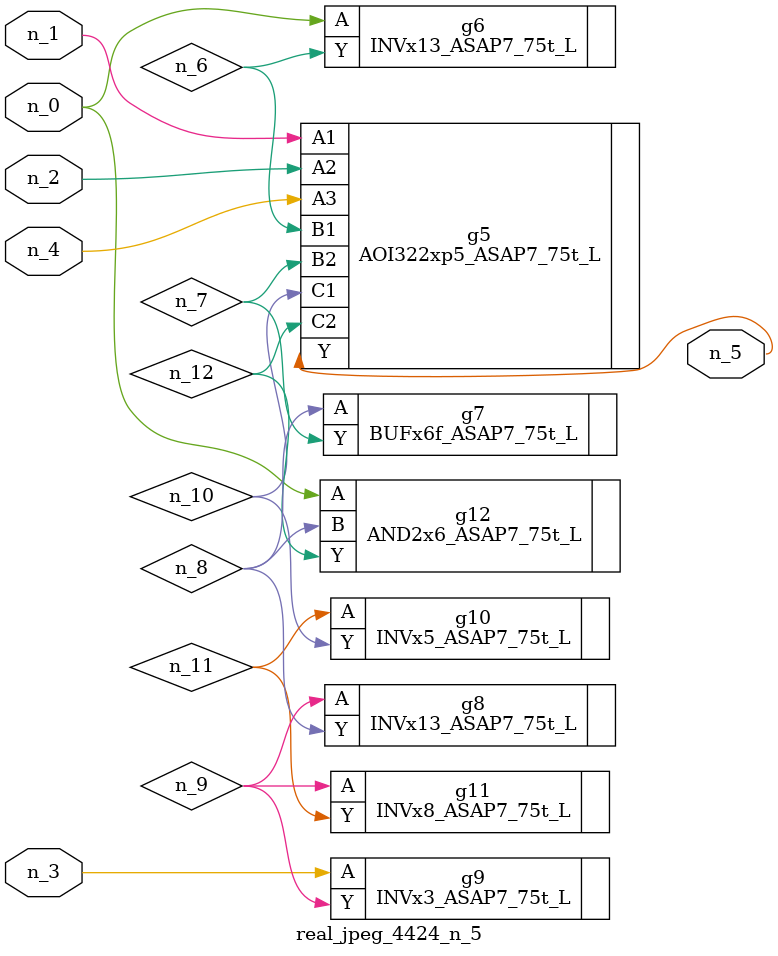
<source format=v>
module real_jpeg_4424_n_5 (n_4, n_0, n_1, n_2, n_3, n_5);

input n_4;
input n_0;
input n_1;
input n_2;
input n_3;

output n_5;

wire n_12;
wire n_8;
wire n_11;
wire n_6;
wire n_7;
wire n_10;
wire n_9;

INVx13_ASAP7_75t_L g6 ( 
.A(n_0),
.Y(n_6)
);

AND2x6_ASAP7_75t_L g12 ( 
.A(n_0),
.B(n_8),
.Y(n_12)
);

AOI322xp5_ASAP7_75t_L g5 ( 
.A1(n_1),
.A2(n_2),
.A3(n_4),
.B1(n_6),
.B2(n_7),
.C1(n_10),
.C2(n_12),
.Y(n_5)
);

INVx3_ASAP7_75t_L g9 ( 
.A(n_3),
.Y(n_9)
);

BUFx6f_ASAP7_75t_L g7 ( 
.A(n_8),
.Y(n_7)
);

INVx13_ASAP7_75t_L g8 ( 
.A(n_9),
.Y(n_8)
);

INVx8_ASAP7_75t_L g11 ( 
.A(n_9),
.Y(n_11)
);

INVx5_ASAP7_75t_L g10 ( 
.A(n_11),
.Y(n_10)
);


endmodule
</source>
